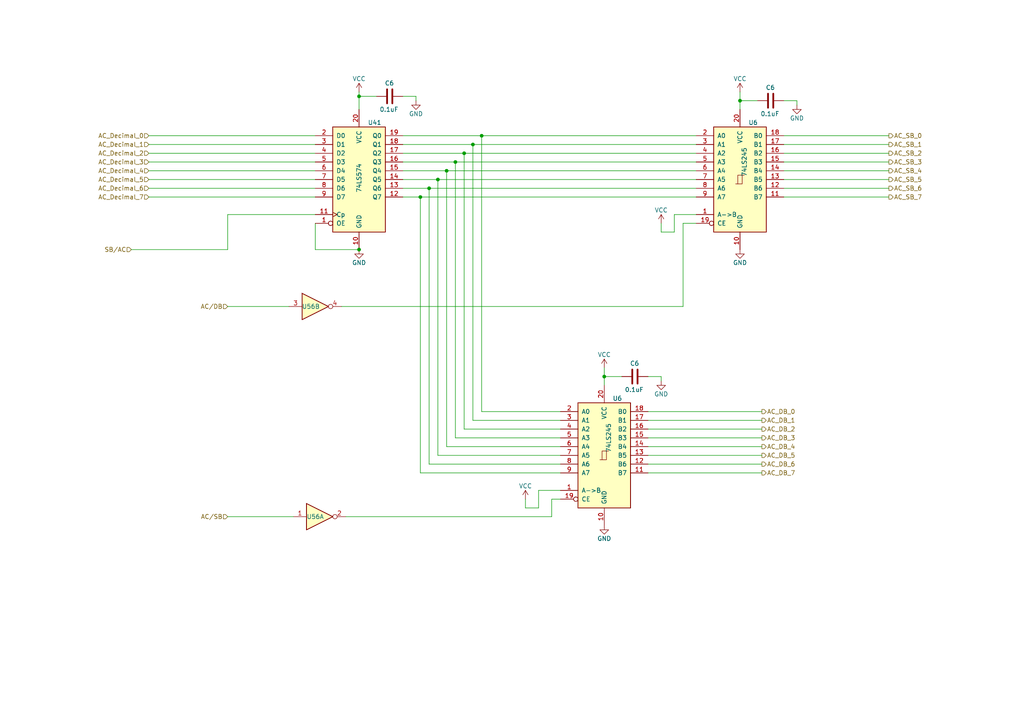
<source format=kicad_sch>
(kicad_sch (version 20230121) (generator eeschema)
  (paper "A4")
  (title_block (title "Accumulator (AC)") (date "2023-07-13") (rev "1"))
  (lib_symbols
    (symbol "74xx:74LS04"
      (property "Reference" "U" (at 0 1.27 0))
      (property "Value" "74LS04" (at 0 -1.27 0))
      (symbol "74LS04_1_0"
        (polyline (pts (xy -3.81 3.81) (xy -3.81 -3.81) (xy 3.81 0) (xy -3.81 3.81)) (stroke (width 0.254)) (fill (type background)))
        (pin input line (at -7.62 0 0) (length 3.81) (name "~") (number "1"))
        (pin output inverted (at 7.62 0 180) (length 3.81) (name "~") (number "2"))
      )
      (symbol "74LS04_2_0"
        (polyline (pts (xy -3.81 3.81) (xy -3.81 -3.81) (xy 3.81 0) (xy -3.81 3.81)) (stroke (width 0.254)) (fill (type background)))
        (pin input line (at -7.62 0 0) (length 3.81) (name "~") (number "3"))
        (pin output inverted (at 7.62 0 180) (length 3.81) (name "~") (number "4"))
      )
      (symbol "74LS04_3_0"
        (polyline (pts (xy -3.81 3.81) (xy -3.81 -3.81) (xy 3.81 0) (xy -3.81 3.81)) (stroke (width 0.254)) (fill (type background)))
        (pin input line (at -7.62 0 0) (length 3.81) (name "~") (number "5"))
        (pin output inverted (at 7.62 0 180) (length 3.81) (name "~") (number "6"))
      )
      (symbol "74LS04_4_0"
        (polyline (pts (xy -3.81 3.81) (xy -3.81 -3.81) (xy 3.81 0) (xy -3.81 3.81)) (stroke (width 0.254)) (fill (type background)))
        (pin output inverted (at 7.62 0 180) (length 3.81) (name "~") (number "8"))
        (pin input line (at -7.62 0 0) (length 3.81) (name "~") (number "9"))
      )
      (symbol "74LS04_5_0"
        (polyline (pts (xy -3.81 3.81) (xy -3.81 -3.81) (xy 3.81 0) (xy -3.81 3.81)) (stroke (width 0.254)) (fill (type background)))
        (pin output inverted (at 7.62 0 180) (length 3.81) (name "~") (number "10"))
        (pin input line (at -7.62 0 0) (length 3.81) (name "~") (number "11"))
      )
      (symbol "74LS04_6_0"
        (polyline (pts (xy -3.81 3.81) (xy -3.81 -3.81) (xy 3.81 0) (xy -3.81 3.81)) (stroke (width 0.254)) (fill (type background)))
        (pin output inverted (at 7.62 0 180) (length 3.81) (name "~") (number "12"))
        (pin input line (at -7.62 0 0) (length 3.81) (name "~") (number "13"))
      )
      (symbol "74LS04_7_0"
        (pin power_in line (at 0 12.7 270) (length 5.08) (name "VCC") (number "14"))
        (pin power_in line (at 0 -12.7 90) (length 5.08) (name "GND") (number "7"))
      )
      (symbol "74LS04_7_1"
        (rectangle (start -5.08 7.62) (end 5.08 -7.62) (stroke (width 0.254)) (fill (type background)))
      )
    )
    (symbol "74xx:74LS245" (pin_names (offset 1.016))
      (property "Reference" "U" (at -7.62 16.51 0))
      (property "Value" "74LS245" (at -7.62 -16.51 0))
      (symbol "74LS245_1_0"
        (polyline (pts (xy -0.635 -1.27) (xy -0.635 1.27) (xy 0.635 1.27)))
        (polyline (pts (xy -1.27 -1.27) (xy 0.635 -1.27) (xy 0.635 1.27) (xy 1.27 1.27)))
        (pin input line (at -12.7 -10.16 0) (length 5.08) (name "A->B") (number "1"))
        (pin power_in line (at 0 -20.32 90) (length 5.08) (name "GND") (number "10"))
        (pin tri_state line (at 12.7 -5.08 180) (length 5.08) (name "B7") (number "11"))
        (pin tri_state line (at 12.7 -2.54 180) (length 5.08) (name "B6") (number "12"))
        (pin tri_state line (at 12.7 0 180) (length 5.08) (name "B5") (number "13"))
        (pin tri_state line (at 12.7 2.54 180) (length 5.08) (name "B4") (number "14"))
        (pin tri_state line (at 12.7 5.08 180) (length 5.08) (name "B3") (number "15"))
        (pin tri_state line (at 12.7 7.62 180) (length 5.08) (name "B2") (number "16"))
        (pin tri_state line (at 12.7 10.16 180) (length 5.08) (name "B1") (number "17"))
        (pin tri_state line (at 12.7 12.7 180) (length 5.08) (name "B0") (number "18"))
        (pin input inverted (at -12.7 -12.7 0) (length 5.08) (name "CE") (number "19"))
        (pin tri_state line (at -12.7 12.7 0) (length 5.08) (name "A0") (number "2"))
        (pin power_in line (at 0 20.32 270) (length 5.08) (name "VCC") (number "20"))
        (pin tri_state line (at -12.7 10.16 0) (length 5.08) (name "A1") (number "3"))
        (pin tri_state line (at -12.7 7.62 0) (length 5.08) (name "A2") (number "4"))
        (pin tri_state line (at -12.7 5.08 0) (length 5.08) (name "A3") (number "5"))
        (pin tri_state line (at -12.7 2.54 0) (length 5.08) (name "A4") (number "6"))
        (pin tri_state line (at -12.7 0 0) (length 5.08) (name "A5") (number "7"))
        (pin tri_state line (at -12.7 -2.54 0) (length 5.08) (name "A6") (number "8"))
        (pin tri_state line (at -12.7 -5.08 0) (length 5.08) (name "A7") (number "9"))
      )
      (symbol "74LS245_1_1"
        (rectangle (start -7.62 15.24) (end 7.62 -15.24) (stroke (width 0.254)) (fill (type background)))
      )
    )
    (symbol "74xx:74LS574" (pin_names (offset 1.016))
      (property "Reference" "U" (at -7.62 16.51 0))
      (property "Value" "74LS574" (at -7.62 -16.51 0))
      (symbol "74LS574_1_0"
        (pin input inverted (at -12.7 -12.7 0) (length 5.08) (name "OE") (number "1"))
        (pin power_in line (at 0 -20.32 90) (length 5.08) (name "GND") (number "10"))
        (pin input clock (at -12.7 -10.16 0) (length 5.08) (name "Cp") (number "11"))
        (pin tri_state line (at 12.7 -5.08 180) (length 5.08) (name "Q7") (number "12"))
        (pin tri_state line (at 12.7 -2.54 180) (length 5.08) (name "Q6") (number "13"))
        (pin tri_state line (at 12.7 0 180) (length 5.08) (name "Q5") (number "14"))
        (pin tri_state line (at 12.7 2.54 180) (length 5.08) (name "Q4") (number "15"))
        (pin tri_state line (at 12.7 5.08 180) (length 5.08) (name "Q3") (number "16"))
        (pin tri_state line (at 12.7 7.62 180) (length 5.08) (name "Q2") (number "17"))
        (pin tri_state line (at 12.7 10.16 180) (length 5.08) (name "Q1") (number "18"))
        (pin tri_state line (at 12.7 12.7 180) (length 5.08) (name "Q0") (number "19"))
        (pin input line (at -12.7 12.7 0) (length 5.08) (name "D0") (number "2"))
        (pin power_in line (at 0 20.32 270) (length 5.08) (name "VCC") (number "20"))
        (pin input line (at -12.7 10.16 0) (length 5.08) (name "D1") (number "3"))
        (pin input line (at -12.7 7.62 0) (length 5.08) (name "D2") (number "4"))
        (pin input line (at -12.7 5.08 0) (length 5.08) (name "D3") (number "5"))
        (pin input line (at -12.7 2.54 0) (length 5.08) (name "D4") (number "6"))
        (pin input line (at -12.7 0 0) (length 5.08) (name "D5") (number "7"))
        (pin input line (at -12.7 -2.54 0) (length 5.08) (name "D6") (number "8"))
        (pin input line (at -12.7 -5.08 0) (length 5.08) (name "D7") (number "9"))
      )
      (symbol "74LS574_1_1"
        (rectangle (start -7.62 15.24) (end 7.62 -15.24) (stroke (width 0.254)) (fill (type background)))
      )
    )
    (symbol "Device:C" (pin_numbers hide) (pin_names (offset 0.254))
      (property "Reference" "C" (at 0.635 2.54 0))
      (property "Value" "C" (at 0.635 -2.54 0))
      (symbol "C_0_1"
        (polyline (pts (xy -2.032 -0.762) (xy 2.032 -0.762)) (stroke (width 0.508)))
        (polyline (pts (xy -2.032 0.762) (xy 2.032 0.762)) (stroke (width 0.508)))
      )
      (symbol "C_1_1"
        (pin passive line (at 0 3.81 270) (length 2.794) (name "~") (number "1"))
        (pin passive line (at 0 -3.81 90) (length 2.794) (name "~") (number "2"))
      )
    )
    (symbol "power:GND" (power) (pin_names (offset 0))
      (property "Value" "GND" (at 0 -3.81 0))
      (symbol "GND_0_1"
        (polyline (pts (xy 0 0) (xy 0 -1.27) (xy 1.27 -1.27) (xy 0 -2.54) (xy -1.27 -1.27) (xy 0 -1.27)))
      )
      (symbol "GND_1_1"
        (pin power_in line (at 0 0 270) (length 0) hide (name "GND") (number "1"))
      )
    )
    (symbol "power:VCC" (power) (pin_names (offset 0))
      (property "Value" "VCC" (at 0 3.81 0))
      (symbol "VCC_0_1"
        (polyline (pts (xy -0.762 1.27) (xy 0 2.54)))
        (polyline (pts (xy 0 0) (xy 0 2.54)))
        (polyline (pts (xy 0 2.54) (xy 0.762 1.27)))
      )
      (symbol "VCC_1_1"
        (pin power_in line (at 0 0 90) (length 0) hide (name "VCC") (number "1"))
      )
    )
  )
  (junction (at 104.14 27.94))
  (junction (at 139.7 39.37))
  (junction (at 137.16 41.91))
  (junction (at 124.46 54.61))
  (junction (at 129.54 49.53))
  (junction (at 214.63 29.21))
  (junction (at 127 52.07))
  (junction (at 134.62 44.45))
  (junction (at 132.08 46.99))
  (junction (at 121.92 57.15))
  (junction (at 104.14 72.39))
  (junction (at 175.26 109.22))
  (wire (pts (xy 139.7 39.37) (xy 139.7 119.38)))
  (wire (pts (xy 227.33 52.07) (xy 257.81 52.07)))
  (wire (pts (xy 134.62 44.45) (xy 134.62 124.46)))
  (wire (pts (xy 227.33 54.61) (xy 257.81 54.61)))
  (wire (pts (xy 198.12 64.77) (xy 201.93 64.77)))
  (wire (pts (xy 160.02 149.86) (xy 160.02 144.78)))
  (wire (pts (xy 227.33 29.21) (xy 231.14 29.21)))
  (wire (pts (xy 129.54 49.53) (xy 129.54 129.54)))
  (wire (pts (xy 104.14 26.67) (xy 104.14 27.94)))
  (wire (pts (xy 137.16 41.91) (xy 201.93 41.91)))
  (wire (pts (xy 134.62 44.45) (xy 201.93 44.45)))
  (wire (pts (xy 227.33 57.15) (xy 257.81 57.15)))
  (wire (pts (xy 116.84 52.07) (xy 127 52.07)))
  (wire (pts (xy 160.02 144.78) (xy 162.56 144.78)))
  (wire (pts (xy 175.26 106.68) (xy 175.26 109.22)))
  (wire (pts (xy 195.58 62.23) (xy 201.93 62.23)))
  (wire (pts (xy 227.33 44.45) (xy 257.81 44.45)))
  (wire (pts (xy 156.21 147.32) (xy 156.21 142.24)))
  (wire (pts (xy 104.14 27.94) (xy 104.14 31.75)))
  (wire (pts (xy 66.04 72.39) (xy 66.04 62.23)))
  (wire (pts (xy 175.26 109.22) (xy 180.34 109.22)))
  (wire (pts (xy 187.96 121.92) (xy 220.98 121.92)))
  (wire (pts (xy 214.63 29.21) (xy 219.71 29.21)))
  (wire (pts (xy 116.84 54.61) (xy 124.46 54.61)))
  (wire (pts (xy 137.16 41.91) (xy 137.16 121.92)))
  (wire (pts (xy 129.54 49.53) (xy 201.93 49.53)))
  (wire (pts (xy 100.33 149.86) (xy 160.02 149.86)))
  (wire (pts (xy 116.84 46.99) (xy 132.08 46.99)))
  (wire (pts (xy 187.96 137.16) (xy 220.98 137.16)))
  (wire (pts (xy 152.4 147.32) (xy 156.21 147.32)))
  (wire (pts (xy 116.84 49.53) (xy 129.54 49.53)))
  (wire (pts (xy 43.18 46.99) (xy 91.44 46.99)))
  (wire (pts (xy 227.33 41.91) (xy 257.81 41.91)))
  (wire (pts (xy 43.18 39.37) (xy 91.44 39.37)))
  (wire (pts (xy 187.96 132.08) (xy 220.98 132.08)))
  (wire (pts (xy 187.96 127) (xy 220.98 127)))
  (wire (pts (xy 43.18 41.91) (xy 91.44 41.91)))
  (wire (pts (xy 121.92 57.15) (xy 121.92 137.16)))
  (wire (pts (xy 214.63 29.21) (xy 214.63 31.75)))
  (wire (pts (xy 116.84 27.94) (xy 120.65 27.94)))
  (wire (pts (xy 124.46 54.61) (xy 124.46 134.62)))
  (wire (pts (xy 162.56 124.46) (xy 134.62 124.46)))
  (wire (pts (xy 162.56 121.92) (xy 137.16 121.92)))
  (wire (pts (xy 43.18 49.53) (xy 91.44 49.53)))
  (wire (pts (xy 214.63 26.67) (xy 214.63 29.21)))
  (wire (pts (xy 43.18 57.15) (xy 91.44 57.15)))
  (wire (pts (xy 231.14 29.21) (xy 231.14 30.48)))
  (wire (pts (xy 198.12 88.9) (xy 198.12 64.77)))
  (wire (pts (xy 187.96 134.62) (xy 220.98 134.62)))
  (wire (pts (xy 91.44 72.39) (xy 104.14 72.39)))
  (wire (pts (xy 187.96 129.54) (xy 220.98 129.54)))
  (wire (pts (xy 187.96 124.46) (xy 220.98 124.46)))
  (wire (pts (xy 227.33 39.37) (xy 257.81 39.37)))
  (wire (pts (xy 162.56 119.38) (xy 139.7 119.38)))
  (wire (pts (xy 195.58 67.31) (xy 195.58 62.23)))
  (wire (pts (xy 132.08 46.99) (xy 201.93 46.99)))
  (wire (pts (xy 162.56 137.16) (xy 121.92 137.16)))
  (wire (pts (xy 162.56 132.08) (xy 127 132.08)))
  (wire (pts (xy 175.26 109.22) (xy 175.26 111.76)))
  (wire (pts (xy 116.84 39.37) (xy 139.7 39.37)))
  (wire (pts (xy 91.44 64.77) (xy 91.44 72.39)))
  (wire (pts (xy 227.33 46.99) (xy 257.81 46.99)))
  (wire (pts (xy 124.46 54.61) (xy 201.93 54.61)))
  (wire (pts (xy 187.96 119.38) (xy 220.98 119.38)))
  (wire (pts (xy 116.84 41.91) (xy 137.16 41.91)))
  (wire (pts (xy 127 52.07) (xy 201.93 52.07)))
  (wire (pts (xy 120.65 27.94) (xy 120.65 29.21)))
  (wire (pts (xy 191.77 67.31) (xy 195.58 67.31)))
  (wire (pts (xy 191.77 64.77) (xy 191.77 67.31)))
  (wire (pts (xy 66.04 62.23) (xy 91.44 62.23)))
  (wire (pts (xy 43.18 44.45) (xy 91.44 44.45)))
  (wire (pts (xy 121.92 57.15) (xy 201.93 57.15)))
  (wire (pts (xy 66.04 88.9) (xy 83.82 88.9)))
  (wire (pts (xy 156.21 142.24) (xy 162.56 142.24)))
  (wire (pts (xy 152.4 144.78) (xy 152.4 147.32)))
  (wire (pts (xy 43.18 52.07) (xy 91.44 52.07)))
  (wire (pts (xy 116.84 57.15) (xy 121.92 57.15)))
  (wire (pts (xy 227.33 49.53) (xy 257.81 49.53)))
  (wire (pts (xy 104.14 27.94) (xy 109.22 27.94)))
  (wire (pts (xy 191.77 109.22) (xy 191.77 110.49)))
  (wire (pts (xy 99.06 88.9) (xy 198.12 88.9)))
  (wire (pts (xy 187.96 109.22) (xy 191.77 109.22)))
  (wire (pts (xy 127 52.07) (xy 127 132.08)))
  (wire (pts (xy 66.04 149.86) (xy 85.09 149.86)))
  (wire (pts (xy 162.56 134.62) (xy 124.46 134.62)))
  (wire (pts (xy 132.08 46.99) (xy 132.08 127)))
  (wire (pts (xy 43.18 54.61) (xy 91.44 54.61)))
  (wire (pts (xy 116.84 44.45) (xy 134.62 44.45)))
  (wire (pts (xy 162.56 129.54) (xy 129.54 129.54)))
  (wire (pts (xy 139.7 39.37) (xy 201.93 39.37)))
  (wire (pts (xy 162.56 127) (xy 132.08 127)))
  (wire (pts (xy 38.1 72.39) (xy 66.04 72.39)))
  (hierarchical_label "AC_DB_1" (shape output) (at 220.98 121.92 0))
  (hierarchical_label "AC_SB_7" (shape output) (at 257.81 57.15 0))
  (hierarchical_label "AC_SB_1" (shape output) (at 257.81 41.91 0))
  (hierarchical_label "AC_SB_5" (shape output) (at 257.81 52.07 0))
  (hierarchical_label "AC_DB_2" (shape output) (at 220.98 124.46 0))
  (hierarchical_label "AC_SB_3" (shape output) (at 257.81 46.99 0))
  (hierarchical_label "AC_Decimal_4" (shape input) (at 43.18 49.53 180))
  (hierarchical_label "AC_DB_7" (shape output) (at 220.98 137.16 0))
  (hierarchical_label "AC_SB_6" (shape output) (at 257.81 54.61 0))
  (hierarchical_label "AC_DB_0" (shape output) (at 220.98 119.38 0))
  (hierarchical_label "AC_Decimal_3" (shape input) (at 43.18 46.99 180))
  (hierarchical_label "AC_SB_0" (shape output) (at 257.81 39.37 0))
  (hierarchical_label "AC{slash}DB" (shape input) (at 66.04 88.9 180))
  (hierarchical_label "AC{slash}SB" (shape input) (at 66.04 149.86 180))
  (hierarchical_label "AC_DB_3" (shape output) (at 220.98 127 0))
  (hierarchical_label "AC_DB_4" (shape output) (at 220.98 129.54 0))
  (hierarchical_label "AC_Decimal_7" (shape input) (at 43.18 57.15 180))
  (hierarchical_label "AC_DB_5" (shape output) (at 220.98 132.08 0))
  (hierarchical_label "SB{slash}AC" (shape input) (at 38.1 72.39 180))
  (hierarchical_label "AC_Decimal_5" (shape input) (at 43.18 52.07 180))
  (hierarchical_label "AC_Decimal_1" (shape input) (at 43.18 41.91 180))
  (hierarchical_label "AC_Decimal_2" (shape input) (at 43.18 44.45 180))
  (hierarchical_label "AC_Decimal_6" (shape input) (at 43.18 54.61 180))
  (hierarchical_label "AC_DB_6" (shape output) (at 220.98 134.62 0))
  (hierarchical_label "AC_SB_2" (shape output) (at 257.81 44.45 0))
  (hierarchical_label "AC_Decimal_0" (shape input) (at 43.18 39.37 180))
  (hierarchical_label "AC_SB_4" (shape output) (at 257.81 49.53 0))
  (symbol (lib_id "power:VCC") (at 104.14 26.67 0) (unit 1)
    (property "Reference" "#PWR016" (effects hide))
    (property "Value" "VCC" (at 104.14 22.86 0))
    (instances (project "8bit_CPU-V0_1" (path "" (reference "#PWR016") (unit 1)) (path "" (reference "#PWR043") (unit 1)) (path "" (reference "#PWR064") (unit 1)) (path "" (reference "#PWR076") (unit 1)) (path "" (reference "#PWR088") (unit 1)) (path "" (reference "#PWR096") (unit 1)) (path "" (reference "#PWR0110") (unit 1)) (path "" (reference "#PWR0166") (unit 1))))
  )
  (symbol (lib_id "power:GND") (at 104.14 72.39 0) (unit 1)
    (property "Reference" "#PWR021" (effects hide))
    (property "Value" "GND" (at 104.14 76.2 0))
    (instances (project "8bit_CPU-V0_1" (path "" (reference "#PWR021") (unit 1)) (path "" (reference "#PWR042") (unit 1)) (path "" (reference "#PWR029") (unit 1)) (path "" (reference "#PWR075") (unit 1)) (path "" (reference "#PWR087") (unit 1)) (path "" (reference "#PWR095") (unit 1)) (path "" (reference "#PWR0109") (unit 1)) (path "" (reference "#PWR0165") (unit 1))))
  )
  (symbol (lib_id "Device:C") (at 113.03 27.94 90) (unit 1)
    (property "Reference" "C6" (at 114.3 24.13 90) (effects (justify left)))
    (property "Value" "0.1uF" (at 115.57 31.75 90) (effects (justify left)))
    (instances (project "8bit_CPU-V0_1" (path "" (reference "C6") (unit 1)) (path "" (reference "C16") (unit 1)) (path "" (reference "C13") (unit 1)) (path "" (reference "C26") (unit 1)) (path "" (reference "C31") (unit 1)) (path "" (reference "C33") (unit 1)) (path "" (reference "C37") (unit 1)) (path "" (reference "C57") (unit 1))))
  )
  (symbol (lib_id "power:VCC") (at 152.4 144.78 0) (unit 1)
    (property "Reference" "#PWR022" (effects hide))
    (property "Value" "VCC" (at 152.4 140.97 0))
    (instances (project "8bit_CPU-V0_1" (path "" (reference "#PWR022") (unit 1)) (path "" (reference "#PWR030") (unit 1)) (path "" (reference "#PWR0161") (unit 1))))
  )
  (symbol (lib_id "74xx:74LS245") (at 175.26 132.08 0) (unit 1)
    (property "Reference" "U6" (at 179.07 115.57 0))
    (property "Value" "74LS245" (at 176.53 127 90))
    (property "Datasheet" "http://www.ti.com/lit/gpn/sn74LS245" (effects hide))
    (instances (project "8bit_CPU-V0_1" (path "" (reference "U6") (unit 1)) (path "" (reference "U12") (unit 1)) (path "" (reference "U59") (unit 1))))
  )
  (symbol (lib_id "74xx:74LS04") (at 92.71 149.86 0) (unit 1)
    (property "Reference" "U56" (at 91.44 149.86 0))
    (property "Value" "74LS04" (effects hide))
    (property "Datasheet" "http://www.ti.com/lit/gpn/sn74LS04" (effects hide))
  )
  (symbol (lib_id "power:GND") (at 175.26 152.4 0) (unit 1)
    (property "Reference" "#PWR021" (effects hide))
    (property "Value" "GND" (at 175.26 156.21 0))
    (instances (project "8bit_CPU-V0_1" (path "" (reference "#PWR021") (unit 1)) (path "" (reference "#PWR034") (unit 1)) (path "" (reference "#PWR0163") (unit 1))))
  )
  (symbol (lib_id "74xx:74LS04") (at 91.44 88.9 0) (unit 2)
    (property "Reference" "U56" (at 90.17 88.9 0))
    (property "Value" "74LS04" (effects hide))
    (property "Datasheet" "http://www.ti.com/lit/gpn/sn74LS04" (effects hide))
  )
  (symbol (lib_id "power:GND") (at 120.65 29.21 0) (unit 1)
    (property "Reference" "#PWR017" (effects hide))
    (property "Value" "GND" (at 120.65 33.02 0))
    (instances (project "8bit_CPU-V0_1" (path "" (reference "#PWR017") (unit 1)) (path "" (reference "#PWR044") (unit 1)) (path "" (reference "#PWR065") (unit 1)) (path "" (reference "#PWR077") (unit 1)) (path "" (reference "#PWR089") (unit 1)) (path "" (reference "#PWR097") (unit 1)) (path "" (reference "#PWR0111") (unit 1)) (path "" (reference "#PWR0167") (unit 1))))
  )
  (symbol (lib_id "power:GND") (at 231.14 30.48 0) (unit 1)
    (property "Reference" "#PWR017" (effects hide))
    (property "Value" "GND" (at 231.14 34.29 0))
    (instances (project "8bit_CPU-V0_1" (path "" (reference "#PWR017") (unit 1)) (path "" (reference "#PWR038") (unit 1)) (path "" (reference "#PWR0160") (unit 1))))
  )
  (symbol (lib_id "74xx:74LS245") (at 214.63 52.07 0) (unit 1)
    (property "Reference" "U6" (at 218.44 35.56 0))
    (property "Value" "74LS245" (at 215.9 46.99 90))
    (property "Datasheet" "http://www.ti.com/lit/gpn/sn74LS245" (effects hide))
    (instances (project "8bit_CPU-V0_1" (path "" (reference "U6") (unit 1)) (path "" (reference "U12") (unit 1)) (path "" (reference "U58") (unit 1))))
  )
  (symbol (lib_id "74xx:74LS574") (at 104.14 52.07 0) (unit 1)
    (property "Reference" "U41" (at 106.68 35.56 0) (effects (justify left)))
    (property "Value" "74LS574" (at 104.14 55.88 90) (effects (justify left)))
    (property "Datasheet" "http://www.ti.com/lit/gpn/sn74LS574" (effects hide))
    (instances (project "8bit_CPU-V0_1" (path "" (reference "U41") (unit 1)) (path "" (reference "U57") (unit 1))))
  )
  (symbol (lib_id "power:GND") (at 214.63 72.39 0) (unit 1)
    (property "Reference" "#PWR021" (effects hide))
    (property "Value" "GND" (at 214.63 76.2 0))
    (instances (project "8bit_CPU-V0_1" (path "" (reference "#PWR021") (unit 1)) (path "" (reference "#PWR034") (unit 1)) (path "" (reference "#PWR0159") (unit 1))))
  )
  (symbol (lib_id "power:VCC") (at 214.63 26.67 0) (unit 1)
    (property "Reference" "#PWR016" (effects hide))
    (property "Value" "VCC" (at 214.63 22.86 0))
    (instances (project "8bit_CPU-V0_1" (path "" (reference "#PWR016") (unit 1)) (path "" (reference "#PWR035") (unit 1)) (path "" (reference "#PWR0158") (unit 1))))
  )
  (symbol (lib_id "Device:C") (at 184.15 109.22 90) (unit 1)
    (property "Reference" "C6" (at 185.42 105.41 90) (effects (justify left)))
    (property "Value" "0.1uF" (at 186.69 113.03 90) (effects (justify left)))
    (instances (project "8bit_CPU-V0_1" (path "" (reference "C6") (unit 1)) (path "" (reference "C12") (unit 1)) (path "" (reference "C59") (unit 1))))
  )
  (symbol (lib_id "power:GND") (at 191.77 110.49 0) (unit 1)
    (property "Reference" "#PWR017" (effects hide))
    (property "Value" "GND" (at 191.77 114.3 0))
    (instances (project "8bit_CPU-V0_1" (path "" (reference "#PWR017") (unit 1)) (path "" (reference "#PWR038") (unit 1)) (path "" (reference "#PWR0164") (unit 1))))
  )
  (symbol (lib_id "Device:C") (at 223.52 29.21 90) (unit 1)
    (property "Reference" "C6" (at 224.79 25.4 90) (effects (justify left)))
    (property "Value" "0.1uF" (at 226.06 33.02 90) (effects (justify left)))
    (instances (project "8bit_CPU-V0_1" (path "" (reference "C6") (unit 1)) (path "" (reference "C12") (unit 1)) (path "" (reference "C58") (unit 1))))
  )
  (symbol (lib_id "power:VCC") (at 191.77 64.77 0) (unit 1)
    (property "Reference" "#PWR022" (effects hide))
    (property "Value" "VCC" (at 191.77 60.96 0))
    (instances (project "8bit_CPU-V0_1" (path "" (reference "#PWR022") (unit 1)) (path "" (reference "#PWR030") (unit 1)) (path "" (reference "#PWR0157") (unit 1))))
  )
  (symbol (lib_id "power:VCC") (at 175.26 106.68 0) (unit 1)
    (property "Reference" "#PWR016" (effects hide))
    (property "Value" "VCC" (at 175.26 102.87 0))
    (instances (project "8bit_CPU-V0_1" (path "" (reference "#PWR016") (unit 1)) (path "" (reference "#PWR035") (unit 1)) (path "" (reference "#PWR0162") (unit 1))))
  )
)
</source>
